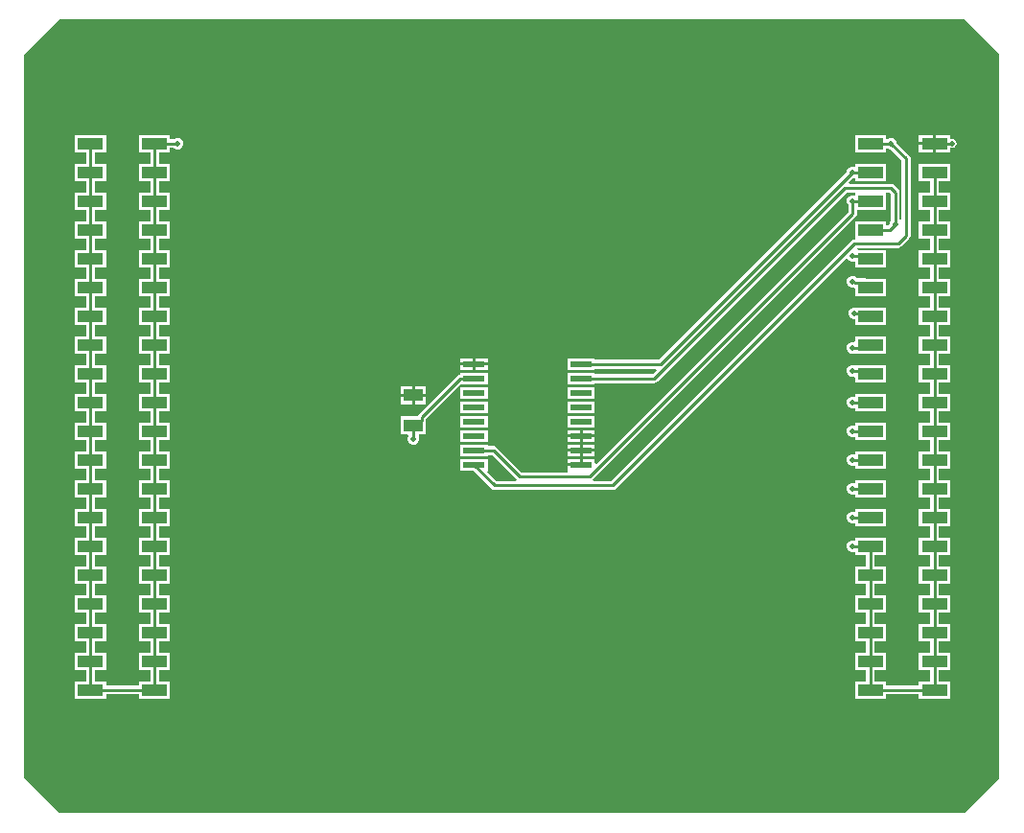
<source format=gtl>
G04*
G04 #@! TF.GenerationSoftware,Altium Limited,Altium Designer,22.2.1 (43)*
G04*
G04 Layer_Physical_Order=1*
G04 Layer_Color=255*
%FSLAX25Y25*%
%MOIN*%
G70*
G04*
G04 #@! TF.SameCoordinates,CB51DA99-0BF3-457E-BF16-783FD1C2B90D*
G04*
G04*
G04 #@! TF.FilePolarity,Positive*
G04*
G01*
G75*
%ADD11C,0.01000*%
%ADD15R,0.07400X0.02200*%
%ADD19R,0.08740X0.04016*%
%ADD20R,0.06693X0.04331*%
%ADD21C,0.02000*%
G36*
X12148Y276000D02*
X326852D01*
X339000Y263852D01*
X339000Y263852D01*
Y12148D01*
X326852Y-0D01*
X326852Y-0D01*
X12148D01*
X-0Y12148D01*
Y263852D01*
X12148Y276000D01*
X12148Y276000D01*
D02*
G37*
%LPC*%
G36*
X315884Y235908D02*
X311014D01*
Y233400D01*
X315884D01*
Y235908D01*
D02*
G37*
G36*
X321754D02*
X316884D01*
Y232900D01*
Y229892D01*
X321754D01*
Y231371D01*
X322534D01*
X323119Y231487D01*
X323615Y231819D01*
X323947Y232315D01*
X324063Y232900D01*
X323947Y233485D01*
X323615Y233981D01*
X323119Y234313D01*
X322534Y234429D01*
X321754D01*
Y235908D01*
D02*
G37*
G36*
X315884Y232400D02*
X311014D01*
Y229892D01*
X315884D01*
Y232400D01*
D02*
G37*
G36*
X299510Y235908D02*
X288770D01*
Y229892D01*
X299510D01*
Y231371D01*
X300015D01*
X300181Y231205D01*
X300916Y230900D01*
X301151D01*
X304971Y227081D01*
Y206525D01*
X304471Y206255D01*
X304387Y206309D01*
X304329Y206404D01*
Y215914D01*
X304213Y216499D01*
X303881Y216996D01*
X302396Y218481D01*
X301900Y218813D01*
X301314Y218929D01*
X286836D01*
X286645Y219391D01*
X288153Y220900D01*
X288388D01*
X288770Y220645D01*
Y219892D01*
X299510D01*
Y225908D01*
X288770D01*
Y225155D01*
X288388Y224900D01*
X287593D01*
X286858Y224595D01*
X286295Y224033D01*
X285991Y223298D01*
Y223063D01*
X220557Y157629D01*
X198350D01*
Y158200D01*
X188950D01*
Y154000D01*
X198350D01*
Y154571D01*
X219673D01*
X219865Y154109D01*
X218386Y152629D01*
X198350D01*
Y153200D01*
X188950D01*
Y149000D01*
X198350D01*
Y149571D01*
X219019D01*
X219604Y149687D01*
X220100Y150019D01*
X285952Y215871D01*
X288770D01*
Y215155D01*
X288388Y214900D01*
X287593D01*
X286858Y214596D01*
X286295Y214033D01*
X285991Y213298D01*
Y212502D01*
X286295Y211767D01*
X286461Y211601D01*
Y209153D01*
X198812Y121503D01*
X198350Y121695D01*
Y123200D01*
X194150D01*
Y121100D01*
X193650D01*
Y120600D01*
X188950D01*
Y119000D01*
X188950D01*
X188879Y118529D01*
X172883D01*
X164231Y127181D01*
X163735Y127513D01*
X163150Y127629D01*
X161050D01*
Y128200D01*
X151650D01*
Y124000D01*
X161050D01*
Y124571D01*
X162516D01*
X171058Y116029D01*
X170921Y115592D01*
X170873Y115529D01*
X164084D01*
X160922Y118691D01*
X161050Y119000D01*
X161050D01*
Y123200D01*
X151650D01*
Y119000D01*
X156287D01*
X162369Y112919D01*
X162865Y112587D01*
X163450Y112471D01*
X204555D01*
X205140Y112587D01*
X205637Y112919D01*
X285740Y193022D01*
X286230Y192924D01*
X286295Y192767D01*
X286858Y192204D01*
X287593Y191900D01*
X288388D01*
X288770Y191645D01*
Y189892D01*
X299510D01*
Y195908D01*
X289748D01*
X289487Y196408D01*
X289600Y196571D01*
X303708D01*
X304293Y196687D01*
X304789Y197019D01*
X307581Y199811D01*
X307913Y200307D01*
X308029Y200892D01*
Y227714D01*
X307913Y228299D01*
X307581Y228796D01*
X303314Y233063D01*
Y233298D01*
X303010Y234033D01*
X302447Y234595D01*
X301712Y234900D01*
X300916D01*
X300181Y234595D01*
X300015Y234429D01*
X299510D01*
Y235908D01*
D02*
G37*
G36*
X288388Y186900D02*
X287593D01*
X286858Y186595D01*
X286295Y186033D01*
X285991Y185298D01*
Y184502D01*
X286295Y183767D01*
X286858Y183204D01*
X287593Y182900D01*
X288388D01*
X288770Y182580D01*
Y179892D01*
X299510D01*
Y185908D01*
X292780D01*
X292632Y185937D01*
X289726D01*
X289686Y186033D01*
X289124Y186595D01*
X288388Y186900D01*
D02*
G37*
G36*
X299510Y175908D02*
X288770D01*
Y175900D01*
X288093D01*
X287358Y175595D01*
X286796Y175033D01*
X286491Y174298D01*
Y173502D01*
X286796Y172767D01*
X287358Y172204D01*
X288093Y171900D01*
X288770D01*
Y169892D01*
X299510D01*
Y175908D01*
D02*
G37*
G36*
Y165908D02*
X288770D01*
Y164013D01*
X288354Y163735D01*
X288198Y163800D01*
X287402D01*
X286667Y163496D01*
X286104Y162933D01*
X285800Y162198D01*
Y161402D01*
X286104Y160667D01*
X286667Y160105D01*
X287402Y159800D01*
X288198D01*
X288636Y159982D01*
X288770Y159892D01*
Y159892D01*
X299510D01*
Y165908D01*
D02*
G37*
G36*
X161050Y158200D02*
X156850D01*
Y156600D01*
X161050D01*
Y158200D01*
D02*
G37*
G36*
X155850D02*
X151650D01*
Y156600D01*
X155850D01*
Y158200D01*
D02*
G37*
G36*
X288770Y155908D02*
X288451Y155695D01*
X288198Y155800D01*
X287402D01*
X286667Y155496D01*
X286104Y154933D01*
X285800Y154198D01*
Y153402D01*
X286104Y152667D01*
X286667Y152104D01*
X287402Y151800D01*
X288198D01*
X288354Y151865D01*
X288770Y151587D01*
Y149892D01*
X299510D01*
Y155908D01*
X288770D01*
Y155908D01*
D02*
G37*
G36*
X161050Y155600D02*
X156850D01*
Y154000D01*
X161050D01*
Y155600D01*
D02*
G37*
G36*
X155850D02*
X151650D01*
Y154000D01*
X155850D01*
Y155600D01*
D02*
G37*
G36*
X139645Y148580D02*
X135799D01*
Y145915D01*
X139645D01*
Y148580D01*
D02*
G37*
G36*
X134799D02*
X130952D01*
Y145915D01*
X134799D01*
Y148580D01*
D02*
G37*
G36*
X198350Y148200D02*
X188950D01*
Y144000D01*
X198350D01*
Y148200D01*
D02*
G37*
G36*
X161050D02*
X151650D01*
Y144000D01*
X161050D01*
Y148200D01*
D02*
G37*
G36*
X139645Y144915D02*
X135799D01*
Y142250D01*
X139645D01*
Y144915D01*
D02*
G37*
G36*
X134799D02*
X130952D01*
Y142250D01*
X134799D01*
Y144915D01*
D02*
G37*
G36*
X299510Y145908D02*
X288770D01*
Y145155D01*
X288388Y144900D01*
X287593D01*
X286858Y144596D01*
X286295Y144033D01*
X285991Y143298D01*
Y142502D01*
X286295Y141767D01*
X286858Y141205D01*
X287593Y140900D01*
X288388D01*
X288770Y140645D01*
Y139892D01*
X299510D01*
Y145908D01*
D02*
G37*
G36*
X198350Y143200D02*
X188950D01*
Y139000D01*
X198350D01*
Y143200D01*
D02*
G37*
G36*
X161050D02*
X151650D01*
Y139000D01*
X161050D01*
Y143200D01*
D02*
G37*
G36*
X198350Y138200D02*
X188950D01*
Y134000D01*
X198350D01*
Y138200D01*
D02*
G37*
G36*
X161050D02*
X151650D01*
Y134000D01*
X161050D01*
Y138200D01*
D02*
G37*
G36*
X198350Y133200D02*
X194150D01*
Y131600D01*
X198350D01*
Y133200D01*
D02*
G37*
G36*
X193150D02*
X188950D01*
Y131600D01*
X193150D01*
Y133200D01*
D02*
G37*
G36*
X299510Y135908D02*
X288770D01*
Y135155D01*
X288388Y134900D01*
X287593D01*
X286858Y134596D01*
X286295Y134033D01*
X285991Y133298D01*
Y132502D01*
X286295Y131767D01*
X286858Y131204D01*
X287593Y130900D01*
X288388D01*
X288770Y130645D01*
Y129892D01*
X299510D01*
Y135908D01*
D02*
G37*
G36*
X198350Y130600D02*
X194150D01*
Y129000D01*
X198350D01*
Y130600D01*
D02*
G37*
G36*
X193150D02*
X188950D01*
Y129000D01*
X193150D01*
Y130600D01*
D02*
G37*
G36*
X161050Y133200D02*
X151650D01*
Y129000D01*
X161050D01*
Y133200D01*
D02*
G37*
G36*
Y153200D02*
X151650D01*
Y152629D01*
X151614D01*
X151028Y152513D01*
X150532Y152181D01*
X137034Y138683D01*
X136702Y138187D01*
X136655Y137950D01*
X130952D01*
Y131620D01*
X133283D01*
X133397Y131481D01*
X133556Y131120D01*
X133299Y130498D01*
Y129702D01*
X133603Y128967D01*
X134166Y128404D01*
X134901Y128100D01*
X135696D01*
X136432Y128404D01*
X136994Y128967D01*
X137299Y129702D01*
Y130498D01*
X137041Y131120D01*
X137200Y131481D01*
X137314Y131620D01*
X139645D01*
Y136969D01*
X151676Y149000D01*
X161050D01*
Y153200D01*
D02*
G37*
G36*
X198350Y128200D02*
X194150D01*
Y126600D01*
X198350D01*
Y128200D01*
D02*
G37*
G36*
X193150D02*
X188950D01*
Y126600D01*
X193150D01*
Y128200D01*
D02*
G37*
G36*
X198350Y125600D02*
X194150D01*
Y124000D01*
X198350D01*
Y125600D01*
D02*
G37*
G36*
X193150D02*
X188950D01*
Y124000D01*
X193150D01*
Y125600D01*
D02*
G37*
G36*
Y123200D02*
X188950D01*
Y121600D01*
X193150D01*
Y123200D01*
D02*
G37*
G36*
X299510Y125908D02*
X288770D01*
Y125155D01*
X288388Y124900D01*
X287593D01*
X286858Y124595D01*
X286295Y124033D01*
X285991Y123298D01*
Y122502D01*
X286295Y121767D01*
X286858Y121204D01*
X287593Y120900D01*
X288388D01*
X288770Y120645D01*
Y119892D01*
X299510D01*
Y125908D01*
D02*
G37*
G36*
Y115908D02*
X288770D01*
Y115155D01*
X288388Y114900D01*
X287593D01*
X286858Y114595D01*
X286295Y114033D01*
X285991Y113298D01*
Y112502D01*
X286295Y111767D01*
X286858Y111205D01*
X287593Y110900D01*
X288388D01*
X288770Y110645D01*
Y109892D01*
X299510D01*
Y115908D01*
D02*
G37*
G36*
Y105908D02*
X288770D01*
Y105155D01*
X288388Y104900D01*
X287593D01*
X286858Y104595D01*
X286295Y104033D01*
X285991Y103298D01*
Y102502D01*
X286295Y101767D01*
X286858Y101205D01*
X287593Y100900D01*
X288388D01*
X288770Y100645D01*
Y99892D01*
X299510D01*
Y105908D01*
D02*
G37*
G36*
X321754Y225908D02*
X311014D01*
Y219892D01*
X314855D01*
Y215908D01*
X311014D01*
Y209892D01*
X314855D01*
Y205908D01*
X311014D01*
Y199892D01*
X314855D01*
Y195908D01*
X311014D01*
Y189892D01*
X314855D01*
Y185908D01*
X311014D01*
Y179892D01*
X314855D01*
Y175908D01*
X311014D01*
Y169892D01*
X314855D01*
Y165908D01*
X311014D01*
Y159892D01*
X314855D01*
Y155908D01*
X311014D01*
Y149892D01*
X314855D01*
Y145908D01*
X311014D01*
Y139892D01*
X314855D01*
Y135908D01*
X311014D01*
Y129892D01*
X314855D01*
Y125908D01*
X311014D01*
Y119892D01*
X314855D01*
Y115908D01*
X311014D01*
Y109892D01*
X314855D01*
Y105908D01*
X311014D01*
Y99892D01*
X314855D01*
Y95908D01*
X311014D01*
Y89892D01*
X314855D01*
Y85908D01*
X311014D01*
Y79892D01*
X314855D01*
Y75908D01*
X311014D01*
Y69892D01*
X314855D01*
Y65908D01*
X311014D01*
Y59892D01*
X314855D01*
Y55908D01*
X311014D01*
Y49892D01*
X314855D01*
Y45908D01*
X311014D01*
Y44429D01*
X299510D01*
Y45908D01*
X295670D01*
Y49892D01*
X299510D01*
Y55908D01*
X295670D01*
Y59892D01*
X299510D01*
Y65908D01*
X295670D01*
Y69892D01*
X299510D01*
Y75908D01*
X295670D01*
Y79892D01*
X299510D01*
Y85908D01*
X295670D01*
Y89892D01*
X299510D01*
Y95908D01*
X288770D01*
Y95155D01*
X288388Y94900D01*
X287593D01*
X286858Y94595D01*
X286295Y94033D01*
X285991Y93298D01*
Y92502D01*
X286295Y91767D01*
X286858Y91205D01*
X287593Y90900D01*
X288388D01*
X288770Y90645D01*
Y89892D01*
X292611D01*
Y85908D01*
X288770D01*
Y79892D01*
X292611D01*
Y75908D01*
X288770D01*
Y69892D01*
X292611D01*
Y65908D01*
X288770D01*
Y59892D01*
X292611D01*
Y55908D01*
X288770D01*
Y49892D01*
X292611D01*
Y45908D01*
X288770D01*
Y39892D01*
X299510D01*
Y41371D01*
X311014D01*
Y39892D01*
X321754D01*
Y45908D01*
X317914D01*
Y49892D01*
X321754D01*
Y55908D01*
X317914D01*
Y59892D01*
X321754D01*
Y65908D01*
X317914D01*
Y69892D01*
X321754D01*
Y75908D01*
X317914D01*
Y79892D01*
X321754D01*
Y85908D01*
X317914D01*
Y89892D01*
X321754D01*
Y95908D01*
X317914D01*
Y99892D01*
X321754D01*
Y105908D01*
X317914D01*
Y109892D01*
X321754D01*
Y115908D01*
X317914D01*
Y119892D01*
X321754D01*
Y125908D01*
X317914D01*
Y129892D01*
X321754D01*
Y135908D01*
X317914D01*
Y139892D01*
X321754D01*
Y145908D01*
X317914D01*
Y149892D01*
X321754D01*
Y155908D01*
X317914D01*
Y159892D01*
X321754D01*
Y165908D01*
X317914D01*
Y169892D01*
X321754D01*
Y175908D01*
X317914D01*
Y179892D01*
X321754D01*
Y185908D01*
X317914D01*
Y189892D01*
X321754D01*
Y195908D01*
X317914D01*
Y199892D01*
X321754D01*
Y205908D01*
X317914D01*
Y209892D01*
X321754D01*
Y215908D01*
X317914D01*
Y219892D01*
X321754D01*
Y225908D01*
D02*
G37*
G36*
X50630Y235908D02*
X39890D01*
Y229892D01*
X43731D01*
Y225908D01*
X39890D01*
Y219892D01*
X43731D01*
Y215908D01*
X39890D01*
Y209892D01*
X43731D01*
Y205908D01*
X39890D01*
Y199892D01*
X43731D01*
Y195908D01*
X39890D01*
Y189892D01*
X43731D01*
Y185908D01*
X39890D01*
Y179892D01*
X43731D01*
Y175908D01*
X39890D01*
Y169892D01*
X43731D01*
Y165908D01*
X39890D01*
Y159892D01*
X43731D01*
Y155908D01*
X39890D01*
Y149892D01*
X43731D01*
Y145908D01*
X39890D01*
Y139892D01*
X43731D01*
Y135908D01*
X39890D01*
Y129892D01*
X43731D01*
Y125908D01*
X39890D01*
Y119892D01*
X43731D01*
Y115908D01*
X39890D01*
Y109892D01*
X43731D01*
Y105908D01*
X39890D01*
Y99892D01*
X43731D01*
Y95908D01*
X39890D01*
Y89892D01*
X43731D01*
Y85908D01*
X39890D01*
Y79892D01*
X43731D01*
Y75908D01*
X39890D01*
Y69892D01*
X43731D01*
Y65908D01*
X39890D01*
Y59892D01*
X43731D01*
Y55908D01*
X39890D01*
Y49892D01*
X43731D01*
Y45908D01*
X39890D01*
Y44429D01*
X28386D01*
Y45908D01*
X24545D01*
Y49892D01*
X28386D01*
Y55908D01*
X24545D01*
Y59892D01*
X28386D01*
Y65908D01*
X24545D01*
Y69892D01*
X28386D01*
Y75908D01*
X24545D01*
Y79892D01*
X28386D01*
Y85908D01*
X24545D01*
Y89892D01*
X28386D01*
Y95908D01*
X24545D01*
Y99892D01*
X28386D01*
Y105908D01*
X24545D01*
Y109892D01*
X28386D01*
Y115908D01*
X24545D01*
Y119892D01*
X28386D01*
Y125908D01*
X24545D01*
Y129892D01*
X28386D01*
Y135908D01*
X24545D01*
Y139892D01*
X28386D01*
Y145908D01*
X24545D01*
Y149892D01*
X28386D01*
Y155908D01*
X24545D01*
Y159892D01*
X28386D01*
Y165908D01*
X24545D01*
Y169892D01*
X28386D01*
Y175908D01*
X24545D01*
Y179892D01*
X28386D01*
Y185908D01*
X24545D01*
Y189892D01*
X28386D01*
Y195908D01*
X24545D01*
Y199892D01*
X28386D01*
Y205908D01*
X24545D01*
Y209892D01*
X28386D01*
Y215908D01*
X24545D01*
Y219892D01*
X28386D01*
Y225908D01*
X24545D01*
Y229892D01*
X28386D01*
Y235908D01*
X17646D01*
Y229892D01*
X21486D01*
Y225908D01*
X17646D01*
Y219892D01*
X21486D01*
Y215908D01*
X17646D01*
Y209892D01*
X21486D01*
Y205908D01*
X17646D01*
Y199892D01*
X21486D01*
Y195908D01*
X17646D01*
Y189892D01*
X21486D01*
Y185908D01*
X17646D01*
Y179892D01*
X21486D01*
Y175908D01*
X17646D01*
Y169892D01*
X21486D01*
Y165908D01*
X17646D01*
Y159892D01*
X21486D01*
Y155908D01*
X17646D01*
Y149892D01*
X21486D01*
Y145908D01*
X17646D01*
Y139892D01*
X21486D01*
Y135908D01*
X17646D01*
Y129892D01*
X21486D01*
Y125908D01*
X17646D01*
Y119892D01*
X21486D01*
Y115908D01*
X17646D01*
Y109892D01*
X21486D01*
Y105908D01*
X17646D01*
Y99892D01*
X21486D01*
Y95908D01*
X17646D01*
Y89892D01*
X21486D01*
Y85908D01*
X17646D01*
Y79892D01*
X21486D01*
Y75908D01*
X17646D01*
Y69892D01*
X21486D01*
Y65908D01*
X17646D01*
Y59892D01*
X21486D01*
Y55908D01*
X17646D01*
Y49892D01*
X21486D01*
Y45908D01*
X17646D01*
Y39892D01*
X28386D01*
Y41371D01*
X39890D01*
Y39892D01*
X50630D01*
Y45908D01*
X46789D01*
Y49892D01*
X50630D01*
Y55908D01*
X46789D01*
Y59892D01*
X50630D01*
Y65908D01*
X46789D01*
Y69892D01*
X50630D01*
Y75908D01*
X46789D01*
Y79892D01*
X50630D01*
Y85908D01*
X46789D01*
Y89892D01*
X50630D01*
Y95908D01*
X46789D01*
Y99892D01*
X50630D01*
Y105908D01*
X46789D01*
Y109892D01*
X50630D01*
Y115908D01*
X46789D01*
Y119892D01*
X50630D01*
Y125908D01*
X46789D01*
Y129892D01*
X50630D01*
Y135908D01*
X46789D01*
Y139892D01*
X50630D01*
Y145908D01*
X46789D01*
Y149892D01*
X50630D01*
Y155908D01*
X46789D01*
Y159892D01*
X50630D01*
Y165908D01*
X46789D01*
Y169892D01*
X50630D01*
Y175908D01*
X46789D01*
Y179892D01*
X50630D01*
Y185908D01*
X46789D01*
Y189892D01*
X50630D01*
Y195908D01*
X46789D01*
Y199892D01*
X50630D01*
Y205908D01*
X46789D01*
Y209892D01*
X50630D01*
Y215908D01*
X46789D01*
Y219892D01*
X50630D01*
Y225908D01*
X46789D01*
Y229892D01*
X50630D01*
Y231371D01*
X52001D01*
X52167Y231205D01*
X52902Y230900D01*
X53698D01*
X54433Y231205D01*
X54996Y231767D01*
X55300Y232502D01*
Y233298D01*
X54996Y234033D01*
X54433Y234595D01*
X53698Y234900D01*
X52902D01*
X52167Y234595D01*
X52001Y234429D01*
X50630D01*
Y235908D01*
D02*
G37*
%LPD*%
G36*
X301271Y215281D02*
Y206099D01*
X301104Y205933D01*
X300800Y205198D01*
Y204963D01*
X300267Y204429D01*
X299510D01*
Y205908D01*
X288770D01*
Y199892D01*
X288400Y199579D01*
X288070Y199513D01*
X287574Y199181D01*
X203922Y115529D01*
X197848D01*
X197801Y115592D01*
X197664Y116029D01*
X289072Y207438D01*
X289404Y207934D01*
X289520Y208519D01*
Y209892D01*
X299510D01*
Y215871D01*
X300681D01*
X301271Y215281D01*
D02*
G37*
D11*
X196471Y117000D02*
X287990Y208519D01*
X163150Y126100D02*
X172250Y117000D01*
X196471D01*
X156350Y126100D02*
X163150D01*
X163450Y114000D02*
X204555D01*
X156350Y121100D02*
X163450Y114000D01*
X204555D02*
X288655Y198100D01*
X135299Y134785D02*
X136450D01*
X138115Y136450D02*
Y137602D01*
X151614Y151100D02*
X156350D01*
X136450Y134785D02*
X138115Y136450D01*
Y137602D02*
X151614Y151100D01*
X302800Y204800D02*
Y215914D01*
X301314Y217400D02*
X302800Y215914D01*
X300900Y202900D02*
X302800Y204800D01*
X294140Y202900D02*
X300900D01*
X294140Y232900D02*
X301314D01*
X306500Y227714D01*
Y200892D02*
Y227714D01*
X135299Y130100D02*
Y134785D01*
X287990Y208519D02*
Y212900D01*
X285319Y217400D02*
X301314D01*
X219019Y151100D02*
X285319Y217400D01*
X288655Y198100D02*
X303708D01*
X306500Y200892D01*
X193650Y151100D02*
X219019D01*
X221191Y156100D02*
X287990Y222900D01*
X193650Y156100D02*
X221191D01*
X287990Y222900D02*
X294140D01*
X287990Y212900D02*
X294140D01*
Y222900D02*
X296502D01*
X293140Y193900D02*
X294140Y192900D01*
X287990Y193900D02*
X293140D01*
X316384Y232900D02*
X322534D01*
X45260D02*
X53300D01*
X23016Y192900D02*
Y202900D01*
Y182900D02*
Y192900D01*
Y172900D02*
Y182900D01*
Y162900D02*
Y172900D01*
Y152900D02*
Y162900D01*
Y142900D02*
Y152900D01*
Y132900D02*
Y142900D01*
Y122900D02*
Y132900D01*
Y112900D02*
Y122900D01*
Y102900D02*
Y112900D01*
Y92900D02*
Y102900D01*
Y82900D02*
Y92900D01*
Y72900D02*
Y82900D01*
Y62900D02*
Y72900D01*
Y52900D02*
Y62900D01*
Y42900D02*
Y52900D01*
Y42900D02*
X45260D01*
Y52900D01*
Y62900D01*
Y72900D01*
Y82900D01*
Y92900D01*
Y102900D01*
Y112900D01*
Y122900D01*
Y132900D01*
Y142900D01*
Y152900D01*
Y162900D01*
Y172900D02*
Y182900D01*
Y162900D02*
Y172900D01*
Y182900D02*
Y192900D01*
Y202900D01*
Y212900D01*
Y222900D01*
Y232900D01*
X23016Y212900D02*
Y222900D01*
Y202900D02*
Y212900D01*
Y222900D02*
Y232900D01*
X287990Y92900D02*
X294140D01*
X287990Y102900D02*
X294140D01*
X287990Y112900D02*
X294140D01*
X287990Y122900D02*
X294140D01*
X287990Y132900D02*
X294140D01*
X287990Y142900D02*
X294140D01*
X287800Y153800D02*
X293240D01*
X294140Y152900D01*
X287800Y161800D02*
X293040D01*
X294140Y162900D01*
X293140Y173900D02*
X294140Y172900D01*
X288491Y173900D02*
X293140D01*
X288261Y184900D02*
X288753Y184408D01*
X292632D01*
X287990Y184900D02*
X288261D01*
X292632Y184408D02*
X294140Y182900D01*
Y82900D02*
Y92900D01*
Y62900D02*
Y72900D01*
Y82900D01*
Y52900D02*
Y62900D01*
Y42900D02*
Y52900D01*
Y42900D02*
X316384D01*
Y132900D02*
Y142900D01*
Y122900D02*
Y132900D01*
Y112900D02*
Y122900D01*
Y92900D02*
Y102900D01*
Y112900D01*
Y82900D02*
Y92900D01*
Y72900D02*
Y82900D01*
Y62900D02*
Y72900D01*
Y52900D02*
Y62900D01*
Y42900D02*
Y52900D01*
Y142900D02*
Y152900D01*
Y162900D01*
Y172900D01*
Y182900D02*
Y192900D01*
Y172900D02*
Y182900D01*
Y192900D02*
Y202900D01*
Y212900D01*
Y222900D01*
X314022Y232900D02*
X316384D01*
D15*
X156350Y121100D02*
D03*
Y126100D02*
D03*
Y131100D02*
D03*
Y136100D02*
D03*
Y141100D02*
D03*
Y146100D02*
D03*
Y151100D02*
D03*
Y156100D02*
D03*
X193650D02*
D03*
Y151100D02*
D03*
Y146100D02*
D03*
Y141100D02*
D03*
Y136100D02*
D03*
Y131100D02*
D03*
Y126100D02*
D03*
Y121100D02*
D03*
D19*
X294140Y192900D02*
D03*
Y182900D02*
D03*
Y172900D02*
D03*
Y162900D02*
D03*
Y152900D02*
D03*
Y142900D02*
D03*
Y132900D02*
D03*
Y122900D02*
D03*
Y112900D02*
D03*
Y102900D02*
D03*
Y42900D02*
D03*
X316384D02*
D03*
X294140Y52900D02*
D03*
X316384D02*
D03*
X294140Y62900D02*
D03*
X316384D02*
D03*
X294140Y72900D02*
D03*
X316384D02*
D03*
X294140Y82900D02*
D03*
X316384D02*
D03*
X294140Y92900D02*
D03*
X316384D02*
D03*
Y102900D02*
D03*
Y112900D02*
D03*
Y122900D02*
D03*
Y132900D02*
D03*
Y142900D02*
D03*
Y152900D02*
D03*
Y162900D02*
D03*
Y172900D02*
D03*
Y182900D02*
D03*
Y192900D02*
D03*
X294140Y202900D02*
D03*
X316384D02*
D03*
X294140Y212900D02*
D03*
X316384D02*
D03*
X294140Y222900D02*
D03*
X316384D02*
D03*
X294140Y232900D02*
D03*
X316384D02*
D03*
X23016Y42900D02*
D03*
X45260D02*
D03*
X23016Y52900D02*
D03*
X45260D02*
D03*
X23016Y62900D02*
D03*
X45260D02*
D03*
X23016Y72900D02*
D03*
X45260D02*
D03*
X23016Y82900D02*
D03*
X45260D02*
D03*
X23016Y92900D02*
D03*
X45260D02*
D03*
X23016Y102900D02*
D03*
X45260D02*
D03*
X23016Y112900D02*
D03*
X45260D02*
D03*
X23016Y122900D02*
D03*
X45260D02*
D03*
X23016Y132900D02*
D03*
X45260D02*
D03*
X23016Y142900D02*
D03*
X45260D02*
D03*
X23016Y152900D02*
D03*
X45260D02*
D03*
X23016Y162900D02*
D03*
X45260D02*
D03*
X23016Y172900D02*
D03*
X45260D02*
D03*
X23016Y182900D02*
D03*
X45260D02*
D03*
X23016Y192900D02*
D03*
X45260D02*
D03*
X23016Y202900D02*
D03*
X45260D02*
D03*
X23016Y212900D02*
D03*
X45260D02*
D03*
X23016Y222900D02*
D03*
X45260D02*
D03*
X23016Y232900D02*
D03*
X45260D02*
D03*
D20*
X135299Y145415D02*
D03*
Y134785D02*
D03*
D21*
X302800Y204800D02*
D03*
X301314Y232900D02*
D03*
X135299Y130100D02*
D03*
X287990Y212900D02*
D03*
Y193900D02*
D03*
X322534Y232900D02*
D03*
X53300D02*
D03*
X287990Y222900D02*
D03*
Y92900D02*
D03*
Y102900D02*
D03*
Y112900D02*
D03*
Y122900D02*
D03*
Y132900D02*
D03*
Y142900D02*
D03*
X287800Y153800D02*
D03*
Y161800D02*
D03*
X288491Y173900D02*
D03*
X287990Y184900D02*
D03*
M02*

</source>
